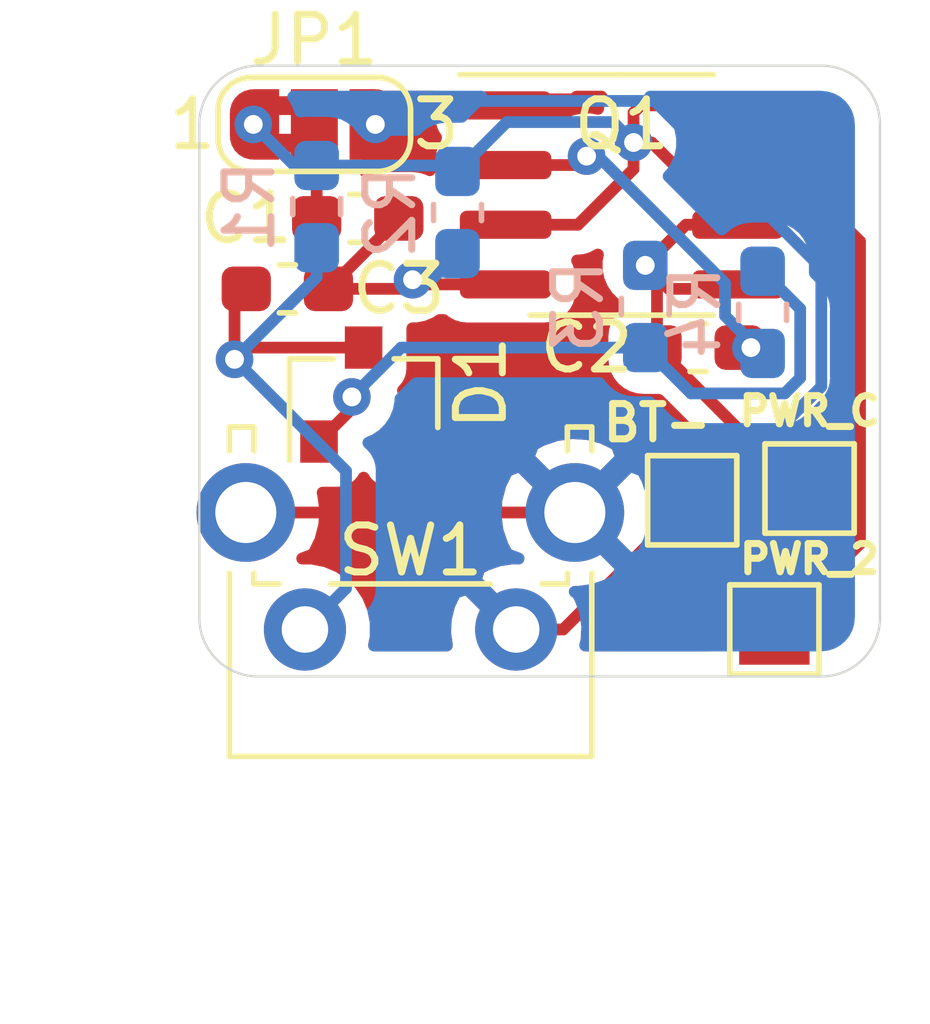
<source format=kicad_pcb>
(kicad_pcb (version 20171130) (host pcbnew "(5.1.6)-1")

  (general
    (thickness 1.6)
    (drawings 8)
    (tracks 85)
    (zones 0)
    (modules 14)
    (nets 9)
  )

  (page A4)
  (layers
    (0 F.Cu signal)
    (31 B.Cu signal)
    (32 B.Adhes user)
    (33 F.Adhes user)
    (34 B.Paste user)
    (35 F.Paste user)
    (36 B.SilkS user)
    (37 F.SilkS user)
    (38 B.Mask user)
    (39 F.Mask user)
    (40 Dwgs.User user)
    (41 Cmts.User user)
    (42 Eco1.User user)
    (43 Eco2.User user)
    (44 Edge.Cuts user)
    (45 Margin user)
    (46 B.CrtYd user)
    (47 F.CrtYd user hide)
    (48 B.Fab user)
    (49 F.Fab user)
  )

  (setup
    (last_trace_width 0.25)
    (trace_clearance 0.2)
    (zone_clearance 0.508)
    (zone_45_only no)
    (trace_min 0.2)
    (via_size 0.8)
    (via_drill 0.4)
    (via_min_size 0.4)
    (via_min_drill 0.3)
    (uvia_size 0.3)
    (uvia_drill 0.1)
    (uvias_allowed no)
    (uvia_min_size 0.2)
    (uvia_min_drill 0.1)
    (edge_width 0.05)
    (segment_width 0.2)
    (pcb_text_width 0.3)
    (pcb_text_size 1.5 1.5)
    (mod_edge_width 0.12)
    (mod_text_size 1 1)
    (mod_text_width 0.15)
    (pad_size 2.1 2.1)
    (pad_drill 1.3)
    (pad_to_mask_clearance 0.051)
    (solder_mask_min_width 0.25)
    (aux_axis_origin 0 0)
    (visible_elements 7FFFFFFF)
    (pcbplotparams
      (layerselection 0x010f0_ffffffff)
      (usegerberextensions true)
      (usegerberattributes false)
      (usegerberadvancedattributes false)
      (creategerberjobfile false)
      (excludeedgelayer true)
      (linewidth 0.100000)
      (plotframeref false)
      (viasonmask false)
      (mode 1)
      (useauxorigin false)
      (hpglpennumber 1)
      (hpglpenspeed 20)
      (hpglpendiameter 15.000000)
      (psnegative false)
      (psa4output false)
      (plotreference true)
      (plotvalue true)
      (plotinvisibletext false)
      (padsonsilk false)
      (subtractmaskfromsilk false)
      (outputformat 1)
      (mirror false)
      (drillshape 0)
      (scaleselection 1)
      (outputdirectory "gerbers/"))
  )

  (net 0 "")
  (net 1 GND)
  (net 2 "Net-(C1-Pad1)")
  (net 3 "Net-(C1-Pad2)")
  (net 4 "Net-(C2-Pad2)")
  (net 5 "Net-(C2-Pad1)")
  (net 6 "Net-(C3-Pad2)")
  (net 7 "Net-(D1-Pad2)")
  (net 8 D1)

  (net_class Default "This is the default net class."
    (clearance 0.2)
    (trace_width 0.25)
    (via_dia 0.8)
    (via_drill 0.4)
    (uvia_dia 0.3)
    (uvia_drill 0.1)
    (add_net D1)
    (add_net GND)
    (add_net "Net-(C1-Pad1)")
    (add_net "Net-(C1-Pad2)")
    (add_net "Net-(C2-Pad1)")
    (add_net "Net-(C2-Pad2)")
    (add_net "Net-(C3-Pad2)")
    (add_net "Net-(D1-Pad2)")
  )

  (module Button_Switch_THT:SW_Tactile_SPST_Angled_PTS645Vx83-2LFS (layer F.Cu) (tedit 5F3F0076) (tstamp 5F3F68DB)
    (at 89 87.75 180)
    (descr "tactile switch SPST right angle, PTS645VL83-2 LFS")
    (tags "tactile switch SPST angled PTS645VL83-2 LFS C&K Button")
    (path /5F3F1E0E)
    (fp_text reference SW1 (at 2.25 1.68) (layer F.SilkS)
      (effects (font (size 1 1) (thickness 0.15)))
    )
    (fp_text value "ON / OFF Button" (at 2.25 5.38988) (layer F.Fab)
      (effects (font (size 1 1) (thickness 0.15)))
    )
    (fp_line (start 0.5 -8.35) (end 0.5 -2.59) (layer F.Fab) (width 0.1))
    (fp_line (start 4 -8.35) (end 4 -2.59) (layer F.Fab) (width 0.1))
    (fp_line (start 0.5 -8.35) (end 4 -8.35) (layer F.Fab) (width 0.1))
    (fp_line (start -1.09 0.97) (end -1.09 1.2) (layer F.SilkS) (width 0.12))
    (fp_line (start 5.7 4.2) (end 5.7 0.86) (layer F.Fab) (width 0.1))
    (fp_line (start -1.5 4.2) (end -1.2 4.2) (layer F.Fab) (width 0.1))
    (fp_line (start -1.2 0.86) (end 5.7 0.86) (layer F.Fab) (width 0.1))
    (fp_line (start 6 4.2) (end 6 -2.59) (layer F.Fab) (width 0.1))
    (fp_line (start -2.5 -2.8) (end 7.05 -2.8) (layer F.CrtYd) (width 0.05))
    (fp_line (start 7.05 -2.8) (end 7.05 4.45) (layer F.CrtYd) (width 0.05))
    (fp_line (start 7.05 4.45) (end -2.5 4.45) (layer F.CrtYd) (width 0.05))
    (fp_line (start -2.5 4.45) (end -2.5 -2.8) (layer F.CrtYd) (width 0.05))
    (fp_line (start -1.61 -2.7) (end 6.11 -2.7) (layer F.SilkS) (width 0.12))
    (fp_line (start 6.11 -2.7) (end 6.11 1.2) (layer F.SilkS) (width 0.12))
    (fp_line (start -1.61 4.31) (end -1.09 4.31) (layer F.SilkS) (width 0.12))
    (fp_line (start -1.61 -2.7) (end -1.61 1.2) (layer F.SilkS) (width 0.12))
    (fp_line (start -1.5 -2.59) (end 6 -2.59) (layer F.Fab) (width 0.1))
    (fp_line (start -1.5 4.2) (end -1.5 -2.59) (layer F.Fab) (width 0.1))
    (fp_line (start 5.7 4.2) (end 6 4.2) (layer F.Fab) (width 0.1))
    (fp_line (start -1.2 4.2) (end -1.2 0.86) (layer F.Fab) (width 0.1))
    (fp_line (start 5.59 0.97) (end 5.59 1.2) (layer F.SilkS) (width 0.12))
    (fp_line (start -1.09 3.8) (end -1.09 4.31) (layer F.SilkS) (width 0.12))
    (fp_line (start -1.61 3.8) (end -1.61 4.31) (layer F.SilkS) (width 0.12))
    (fp_line (start 5.05 0.97) (end 5.59 0.97) (layer F.SilkS) (width 0.12))
    (fp_line (start 5.59 3.8) (end 5.59 4.31) (layer F.SilkS) (width 0.12))
    (fp_line (start 5.59 4.31) (end 6.11 4.31) (layer F.SilkS) (width 0.12))
    (fp_line (start 6.11 3.8) (end 6.11 4.31) (layer F.SilkS) (width 0.12))
    (fp_line (start -1.09 0.97) (end -0.55 0.97) (layer F.SilkS) (width 0.12))
    (fp_line (start 0.55 0.97) (end 3.95 0.97) (layer F.SilkS) (width 0.12))
    (fp_text user %R (at 2.25 1.68) (layer F.Fab)
      (effects (font (size 1 1) (thickness 0.15)))
    )
    (pad "" thru_hole circle (at -1.25 2.49 180) (size 2.1 2.1) (drill 1.3) (layers *.Cu *.Mask)
      (net 1 GND))
    (pad 1 thru_hole circle (at 0 0 180) (size 1.75 1.75) (drill 0.99) (layers *.Cu *.Mask)
      (net 1 GND))
    (pad 2 thru_hole circle (at 4.5 0 180) (size 1.75 1.75) (drill 0.99) (layers *.Cu *.Mask)
      (net 6 "Net-(C3-Pad2)"))
    (pad "" thru_hole circle (at 5.76 2.49 180) (size 2.1 2.1) (drill 1.3) (layers *.Cu *.Mask)
      (net 1 GND))
    (model ${KISYS3DMOD}/Button_Switch_THT.3dshapes/SW_Tactile_SPST_Angled_PTS645Vx83-2LFS.wrl
      (at (xyz 0 0 0))
      (scale (xyz 1 1 1))
      (rotate (xyz 0 0 0))
    )
  )

  (module Resistor_SMD:R_0603_1608Metric_Pad1.05x0.95mm_HandSolder (layer B.Cu) (tedit 5B301BBD) (tstamp 5F3F68B5)
    (at 94.25 81 270)
    (descr "Resistor SMD 0603 (1608 Metric), square (rectangular) end terminal, IPC_7351 nominal with elongated pad for handsoldering. (Body size source: http://www.tortai-tech.com/upload/download/2011102023233369053.pdf), generated with kicad-footprint-generator")
    (tags "resistor handsolder")
    (path /5F40536C)
    (attr smd)
    (fp_text reference R4 (at 0 1.43 270) (layer B.SilkS)
      (effects (font (size 1 1) (thickness 0.15)) (justify mirror))
    )
    (fp_text value 300K (at 0 -1.43 270) (layer B.Fab)
      (effects (font (size 1 1) (thickness 0.15)) (justify mirror))
    )
    (fp_line (start -0.8 -0.4) (end -0.8 0.4) (layer B.Fab) (width 0.1))
    (fp_line (start -0.8 0.4) (end 0.8 0.4) (layer B.Fab) (width 0.1))
    (fp_line (start 0.8 0.4) (end 0.8 -0.4) (layer B.Fab) (width 0.1))
    (fp_line (start 0.8 -0.4) (end -0.8 -0.4) (layer B.Fab) (width 0.1))
    (fp_line (start -0.171267 0.51) (end 0.171267 0.51) (layer B.SilkS) (width 0.12))
    (fp_line (start -0.171267 -0.51) (end 0.171267 -0.51) (layer B.SilkS) (width 0.12))
    (fp_line (start -1.65 -0.73) (end -1.65 0.73) (layer B.CrtYd) (width 0.05))
    (fp_line (start -1.65 0.73) (end 1.65 0.73) (layer B.CrtYd) (width 0.05))
    (fp_line (start 1.65 0.73) (end 1.65 -0.73) (layer B.CrtYd) (width 0.05))
    (fp_line (start 1.65 -0.73) (end -1.65 -0.73) (layer B.CrtYd) (width 0.05))
    (fp_text user %R (at 0 0 270) (layer B.Fab)
      (effects (font (size 0.4 0.4) (thickness 0.06)) (justify mirror))
    )
    (pad 2 smd roundrect (at 0.875 0 270) (size 1.05 0.95) (layers B.Cu B.Paste B.Mask) (roundrect_rratio 0.25)
      (net 5 "Net-(C2-Pad1)"))
    (pad 1 smd roundrect (at -0.875 0 270) (size 1.05 0.95) (layers B.Cu B.Paste B.Mask) (roundrect_rratio 0.25)
      (net 7 "Net-(D1-Pad2)"))
    (model ${KISYS3DMOD}/Resistor_SMD.3dshapes/R_0603_1608Metric.wrl
      (at (xyz 0 0 0))
      (scale (xyz 1 1 1))
      (rotate (xyz 0 0 0))
    )
  )

  (module Resistor_SMD:R_0603_1608Metric_Pad1.05x0.95mm_HandSolder (layer B.Cu) (tedit 5B301BBD) (tstamp 5F3F68A4)
    (at 91.75 80.875 270)
    (descr "Resistor SMD 0603 (1608 Metric), square (rectangular) end terminal, IPC_7351 nominal with elongated pad for handsoldering. (Body size source: http://www.tortai-tech.com/upload/download/2011102023233369053.pdf), generated with kicad-footprint-generator")
    (tags "resistor handsolder")
    (path /5F405070)
    (attr smd)
    (fp_text reference R3 (at 0 1.43 270) (layer B.SilkS)
      (effects (font (size 1 1) (thickness 0.15)) (justify mirror))
    )
    (fp_text value 100K (at 0 -1.43 270) (layer B.Fab)
      (effects (font (size 1 1) (thickness 0.15)) (justify mirror))
    )
    (fp_line (start -0.8 -0.4) (end -0.8 0.4) (layer B.Fab) (width 0.1))
    (fp_line (start -0.8 0.4) (end 0.8 0.4) (layer B.Fab) (width 0.1))
    (fp_line (start 0.8 0.4) (end 0.8 -0.4) (layer B.Fab) (width 0.1))
    (fp_line (start 0.8 -0.4) (end -0.8 -0.4) (layer B.Fab) (width 0.1))
    (fp_line (start -0.171267 0.51) (end 0.171267 0.51) (layer B.SilkS) (width 0.12))
    (fp_line (start -0.171267 -0.51) (end 0.171267 -0.51) (layer B.SilkS) (width 0.12))
    (fp_line (start -1.65 -0.73) (end -1.65 0.73) (layer B.CrtYd) (width 0.05))
    (fp_line (start -1.65 0.73) (end 1.65 0.73) (layer B.CrtYd) (width 0.05))
    (fp_line (start 1.65 0.73) (end 1.65 -0.73) (layer B.CrtYd) (width 0.05))
    (fp_line (start 1.65 -0.73) (end -1.65 -0.73) (layer B.CrtYd) (width 0.05))
    (fp_text user %R (at 0 0 270) (layer B.Fab)
      (effects (font (size 0.4 0.4) (thickness 0.06)) (justify mirror))
    )
    (pad 2 smd roundrect (at 0.875 0 270) (size 1.05 0.95) (layers B.Cu B.Paste B.Mask) (roundrect_rratio 0.25)
      (net 7 "Net-(D1-Pad2)"))
    (pad 1 smd roundrect (at -0.875 0 270) (size 1.05 0.95) (layers B.Cu B.Paste B.Mask) (roundrect_rratio 0.25)
      (net 4 "Net-(C2-Pad2)"))
    (model ${KISYS3DMOD}/Resistor_SMD.3dshapes/R_0603_1608Metric.wrl
      (at (xyz 0 0 0))
      (scale (xyz 1 1 1))
      (rotate (xyz 0 0 0))
    )
  )

  (module Resistor_SMD:R_0603_1608Metric_Pad1.05x0.95mm_HandSolder (layer B.Cu) (tedit 5B301BBD) (tstamp 5F3F6893)
    (at 87.75 78.875 270)
    (descr "Resistor SMD 0603 (1608 Metric), square (rectangular) end terminal, IPC_7351 nominal with elongated pad for handsoldering. (Body size source: http://www.tortai-tech.com/upload/download/2011102023233369053.pdf), generated with kicad-footprint-generator")
    (tags "resistor handsolder")
    (path /5F4025FF)
    (attr smd)
    (fp_text reference R2 (at 0 1.43 270) (layer B.SilkS)
      (effects (font (size 1 1) (thickness 0.15)) (justify mirror))
    )
    (fp_text value 100K (at 0 -1.43 270) (layer B.Fab)
      (effects (font (size 1 1) (thickness 0.15)) (justify mirror))
    )
    (fp_line (start -0.8 -0.4) (end -0.8 0.4) (layer B.Fab) (width 0.1))
    (fp_line (start -0.8 0.4) (end 0.8 0.4) (layer B.Fab) (width 0.1))
    (fp_line (start 0.8 0.4) (end 0.8 -0.4) (layer B.Fab) (width 0.1))
    (fp_line (start 0.8 -0.4) (end -0.8 -0.4) (layer B.Fab) (width 0.1))
    (fp_line (start -0.171267 0.51) (end 0.171267 0.51) (layer B.SilkS) (width 0.12))
    (fp_line (start -0.171267 -0.51) (end 0.171267 -0.51) (layer B.SilkS) (width 0.12))
    (fp_line (start -1.65 -0.73) (end -1.65 0.73) (layer B.CrtYd) (width 0.05))
    (fp_line (start -1.65 0.73) (end 1.65 0.73) (layer B.CrtYd) (width 0.05))
    (fp_line (start 1.65 0.73) (end 1.65 -0.73) (layer B.CrtYd) (width 0.05))
    (fp_line (start 1.65 -0.73) (end -1.65 -0.73) (layer B.CrtYd) (width 0.05))
    (fp_text user %R (at 0 0 270) (layer B.Fab)
      (effects (font (size 0.4 0.4) (thickness 0.06)) (justify mirror))
    )
    (pad 2 smd roundrect (at 0.875 0 270) (size 1.05 0.95) (layers B.Cu B.Paste B.Mask) (roundrect_rratio 0.25)
      (net 2 "Net-(C1-Pad1)"))
    (pad 1 smd roundrect (at -0.875 0 270) (size 1.05 0.95) (layers B.Cu B.Paste B.Mask) (roundrect_rratio 0.25)
      (net 8 D1))
    (model ${KISYS3DMOD}/Resistor_SMD.3dshapes/R_0603_1608Metric.wrl
      (at (xyz 0 0 0))
      (scale (xyz 1 1 1))
      (rotate (xyz 0 0 0))
    )
  )

  (module Resistor_SMD:R_0603_1608Metric_Pad1.05x0.95mm_HandSolder (layer B.Cu) (tedit 5B301BBD) (tstamp 5F3F6882)
    (at 84.75 78.75 270)
    (descr "Resistor SMD 0603 (1608 Metric), square (rectangular) end terminal, IPC_7351 nominal with elongated pad for handsoldering. (Body size source: http://www.tortai-tech.com/upload/download/2011102023233369053.pdf), generated with kicad-footprint-generator")
    (tags "resistor handsolder")
    (path /5F3F241D)
    (attr smd)
    (fp_text reference R1 (at 0 1.43 270) (layer B.SilkS)
      (effects (font (size 1 1) (thickness 0.15)) (justify mirror))
    )
    (fp_text value 10K (at 0 -1.43 270) (layer B.Fab)
      (effects (font (size 1 1) (thickness 0.15)) (justify mirror))
    )
    (fp_line (start -0.8 -0.4) (end -0.8 0.4) (layer B.Fab) (width 0.1))
    (fp_line (start -0.8 0.4) (end 0.8 0.4) (layer B.Fab) (width 0.1))
    (fp_line (start 0.8 0.4) (end 0.8 -0.4) (layer B.Fab) (width 0.1))
    (fp_line (start 0.8 -0.4) (end -0.8 -0.4) (layer B.Fab) (width 0.1))
    (fp_line (start -0.171267 0.51) (end 0.171267 0.51) (layer B.SilkS) (width 0.12))
    (fp_line (start -0.171267 -0.51) (end 0.171267 -0.51) (layer B.SilkS) (width 0.12))
    (fp_line (start -1.65 -0.73) (end -1.65 0.73) (layer B.CrtYd) (width 0.05))
    (fp_line (start -1.65 0.73) (end 1.65 0.73) (layer B.CrtYd) (width 0.05))
    (fp_line (start 1.65 0.73) (end 1.65 -0.73) (layer B.CrtYd) (width 0.05))
    (fp_line (start 1.65 -0.73) (end -1.65 -0.73) (layer B.CrtYd) (width 0.05))
    (fp_text user %R (at 0 0 270) (layer B.Fab)
      (effects (font (size 0.4 0.4) (thickness 0.06)) (justify mirror))
    )
    (pad 2 smd roundrect (at 0.875 0 270) (size 1.05 0.95) (layers B.Cu B.Paste B.Mask) (roundrect_rratio 0.25)
      (net 6 "Net-(C3-Pad2)"))
    (pad 1 smd roundrect (at -0.875 0 270) (size 1.05 0.95) (layers B.Cu B.Paste B.Mask) (roundrect_rratio 0.25)
      (net 8 D1))
    (model ${KISYS3DMOD}/Resistor_SMD.3dshapes/R_0603_1608Metric.wrl
      (at (xyz 0 0 0))
      (scale (xyz 1 1 1))
      (rotate (xyz 0 0 0))
    )
  )

  (module Package_SO:SOIC-8_3.9x4.9mm_P1.27mm (layer F.Cu) (tedit 5D9F72B1) (tstamp 5F3F6871)
    (at 91.25 78.5)
    (descr "SOIC, 8 Pin (JEDEC MS-012AA, https://www.analog.com/media/en/package-pcb-resources/package/pkg_pdf/soic_narrow-r/r_8.pdf), generated with kicad-footprint-generator ipc_gullwing_generator.py")
    (tags "SOIC SO")
    (path /5F3FED7F)
    (attr smd)
    (fp_text reference Q1 (at 0 -1.5) (layer F.SilkS)
      (effects (font (size 1 1) (thickness 0.15)))
    )
    (fp_text value IRF7317PbF (at 0 3.4) (layer F.Fab)
      (effects (font (size 1 1) (thickness 0.15)))
    )
    (fp_line (start 0 2.56) (end 1.95 2.56) (layer F.SilkS) (width 0.12))
    (fp_line (start 0 2.56) (end -1.95 2.56) (layer F.SilkS) (width 0.12))
    (fp_line (start 0 -2.56) (end 1.95 -2.56) (layer F.SilkS) (width 0.12))
    (fp_line (start 0 -2.56) (end -3.45 -2.56) (layer F.SilkS) (width 0.12))
    (fp_line (start -0.975 -2.45) (end 1.95 -2.45) (layer F.Fab) (width 0.1))
    (fp_line (start 1.95 -2.45) (end 1.95 2.45) (layer F.Fab) (width 0.1))
    (fp_line (start 1.95 2.45) (end -1.95 2.45) (layer F.Fab) (width 0.1))
    (fp_line (start -1.95 2.45) (end -1.95 -1.475) (layer F.Fab) (width 0.1))
    (fp_line (start -1.95 -1.475) (end -0.975 -2.45) (layer F.Fab) (width 0.1))
    (fp_line (start -3.7 -2.7) (end -3.7 2.7) (layer F.CrtYd) (width 0.05))
    (fp_line (start -3.7 2.7) (end 3.7 2.7) (layer F.CrtYd) (width 0.05))
    (fp_line (start 3.7 2.7) (end 3.7 -2.7) (layer F.CrtYd) (width 0.05))
    (fp_line (start 3.7 -2.7) (end -3.7 -2.7) (layer F.CrtYd) (width 0.05))
    (fp_text user %R (at 0 0) (layer F.Fab)
      (effects (font (size 0.98 0.98) (thickness 0.15)))
    )
    (pad 8 smd roundrect (at 2.475 -1.905) (size 1.95 0.6) (layers F.Cu F.Paste F.Mask) (roundrect_rratio 0.25)
      (net 8 D1))
    (pad 7 smd roundrect (at 2.475 -0.635) (size 1.95 0.6) (layers F.Cu F.Paste F.Mask) (roundrect_rratio 0.25)
      (net 8 D1))
    (pad 6 smd roundrect (at 2.475 0.635) (size 1.95 0.6) (layers F.Cu F.Paste F.Mask) (roundrect_rratio 0.25)
      (net 4 "Net-(C2-Pad2)"))
    (pad 5 smd roundrect (at 2.475 1.905) (size 1.95 0.6) (layers F.Cu F.Paste F.Mask) (roundrect_rratio 0.25)
      (net 4 "Net-(C2-Pad2)"))
    (pad 4 smd roundrect (at -2.475 1.905) (size 1.95 0.6) (layers F.Cu F.Paste F.Mask) (roundrect_rratio 0.25)
      (net 2 "Net-(C1-Pad1)"))
    (pad 3 smd roundrect (at -2.475 0.635) (size 1.95 0.6) (layers F.Cu F.Paste F.Mask) (roundrect_rratio 0.25)
      (net 8 D1))
    (pad 2 smd roundrect (at -2.475 -0.635) (size 1.95 0.6) (layers F.Cu F.Paste F.Mask) (roundrect_rratio 0.25)
      (net 5 "Net-(C2-Pad1)"))
    (pad 1 smd roundrect (at -2.475 -1.905) (size 1.95 0.6) (layers F.Cu F.Paste F.Mask) (roundrect_rratio 0.25)
      (net 1 GND))
    (model ${KISYS3DMOD}/Package_SO.3dshapes/SOIC-8_3.9x4.9mm_P1.27mm.wrl
      (at (xyz 0 0 0))
      (scale (xyz 1 1 1))
      (rotate (xyz 0 0 0))
    )
  )

  (module Jumper:SolderJumper-3_P1.3mm_Bridged2Bar12_RoundedPad1.0x1.5mm_NumberLabels (layer F.Cu) (tedit 5C7452E6) (tstamp 5F3F6857)
    (at 84.7 77)
    (descr "SMD Solder 3-pad Jumper, 1x1.5mm rounded Pads, 0.3mm gap, pads 1-2 Bridged2Bar with 2 copper strip, labeled with numbers")
    (tags "solder jumper open")
    (path /5F3F302E)
    (attr virtual)
    (fp_text reference JP1 (at 0 -1.8) (layer F.SilkS)
      (effects (font (size 1 1) (thickness 0.15)))
    )
    (fp_text value "Power On Setting" (at 0 1.9) (layer F.Fab)
      (effects (font (size 1 1) (thickness 0.15)))
    )
    (fp_line (start -2.05 0.3) (end -2.05 -0.3) (layer F.SilkS) (width 0.12))
    (fp_line (start 1.4 1) (end -1.4 1) (layer F.SilkS) (width 0.12))
    (fp_line (start 2.05 -0.3) (end 2.05 0.3) (layer F.SilkS) (width 0.12))
    (fp_line (start -1.4 -1) (end 1.4 -1) (layer F.SilkS) (width 0.12))
    (fp_line (start -2.3 -1.25) (end 2.3 -1.25) (layer F.CrtYd) (width 0.05))
    (fp_line (start -2.3 -1.25) (end -2.3 1.25) (layer F.CrtYd) (width 0.05))
    (fp_line (start 2.3 1.25) (end 2.3 -1.25) (layer F.CrtYd) (width 0.05))
    (fp_line (start 2.3 1.25) (end -2.3 1.25) (layer F.CrtYd) (width 0.05))
    (fp_poly (pts (xy -0.9 -0.6) (xy -0.4 -0.6) (xy -0.4 -0.2) (xy -0.9 -0.2)) (layer F.Cu) (width 0))
    (fp_poly (pts (xy -0.9 0.2) (xy -0.4 0.2) (xy -0.4 0.6) (xy -0.9 0.6)) (layer F.Cu) (width 0))
    (fp_arc (start -1.35 -0.3) (end -1.35 -1) (angle -90) (layer F.SilkS) (width 0.12))
    (fp_arc (start -1.35 0.3) (end -2.05 0.3) (angle -90) (layer F.SilkS) (width 0.12))
    (fp_arc (start 1.35 0.3) (end 1.35 1) (angle -90) (layer F.SilkS) (width 0.12))
    (fp_arc (start 1.35 -0.3) (end 2.05 -0.3) (angle -90) (layer F.SilkS) (width 0.12))
    (fp_text user 1 (at -2.6 0) (layer F.SilkS)
      (effects (font (size 1 1) (thickness 0.15)))
    )
    (fp_text user 3 (at 2.6 0) (layer F.SilkS)
      (effects (font (size 1 1) (thickness 0.15)))
    )
    (pad 1 smd custom (at -1.3 0) (size 1 0.5) (layers F.Cu F.Mask)
      (net 8 D1) (zone_connect 2)
      (options (clearance outline) (anchor rect))
      (primitives
        (gr_circle (center 0 0.25) (end 0.5 0.25) (width 0))
        (gr_circle (center 0 -0.25) (end 0.5 -0.25) (width 0))
        (gr_poly (pts
           (xy 0.55 -0.75) (xy 0 -0.75) (xy 0 0.75) (xy 0.55 0.75)) (width 0))
      ))
    (pad 2 smd rect (at 0 0) (size 1 1.5) (layers F.Cu F.Mask)
      (net 3 "Net-(C1-Pad2)"))
    (pad 3 smd custom (at 1.3 0) (size 1 0.5) (layers F.Cu F.Mask)
      (net 1 GND) (zone_connect 2)
      (options (clearance outline) (anchor rect))
      (primitives
        (gr_circle (center 0 0.25) (end 0.5 0.25) (width 0))
        (gr_circle (center 0 -0.25) (end 0.5 -0.25) (width 0))
        (gr_poly (pts
           (xy -0.55 -0.75) (xy 0 -0.75) (xy 0 0.75) (xy -0.55 0.75)) (width 0))
      ))
  )

  (module TestPoint:TestPoint_Pad_1.5x1.5mm (layer F.Cu) (tedit 5A0F774F) (tstamp 5F3F6840)
    (at 92.75 85)
    (descr "SMD rectangular pad as test Point, square 1.5mm side length")
    (tags "test point SMD pad rectangle square")
    (path /5F42A93A)
    (attr virtual)
    (fp_text reference BT- (at -0.75 -1.648) (layer F.SilkS)
      (effects (font (size 0.75 0.75) (thickness 0.15)))
    )
    (fp_text value BT- (at 0 1.75) (layer F.Fab)
      (effects (font (size 1 1) (thickness 0.15)))
    )
    (fp_line (start -0.95 -0.95) (end 0.95 -0.95) (layer F.SilkS) (width 0.12))
    (fp_line (start 0.95 -0.95) (end 0.95 0.95) (layer F.SilkS) (width 0.12))
    (fp_line (start 0.95 0.95) (end -0.95 0.95) (layer F.SilkS) (width 0.12))
    (fp_line (start -0.95 0.95) (end -0.95 -0.95) (layer F.SilkS) (width 0.12))
    (fp_line (start -1.25 -1.25) (end 1.25 -1.25) (layer F.CrtYd) (width 0.05))
    (fp_line (start -1.25 -1.25) (end -1.25 1.25) (layer F.CrtYd) (width 0.05))
    (fp_line (start 1.25 1.25) (end 1.25 -1.25) (layer F.CrtYd) (width 0.05))
    (fp_line (start 1.25 1.25) (end -1.25 1.25) (layer F.CrtYd) (width 0.05))
    (fp_text user %R (at 0 -1.65) (layer F.Fab)
      (effects (font (size 1 1) (thickness 0.15)))
    )
    (pad 1 smd rect (at 0 0) (size 1.5 1.5) (layers F.Cu F.Mask)
      (net 1 GND))
  )

  (module TestPoint:TestPoint_Pad_1.5x1.5mm (layer F.Cu) (tedit 5A0F774F) (tstamp 5F3F6832)
    (at 94.5 87.75)
    (descr "SMD rectangular pad as test Point, square 1.5mm side length")
    (tags "test point SMD pad rectangle square")
    (path /5F42859D)
    (attr virtual)
    (fp_text reference PWR_2 (at 0.75 -1.5) (layer F.SilkS)
      (effects (font (size 0.6 0.6) (thickness 0.15)))
    )
    (fp_text value PWR_2 (at 0 1.75) (layer F.Fab)
      (effects (font (size 1 1) (thickness 0.15)))
    )
    (fp_line (start -0.95 -0.95) (end 0.95 -0.95) (layer F.SilkS) (width 0.12))
    (fp_line (start 0.95 -0.95) (end 0.95 0.95) (layer F.SilkS) (width 0.12))
    (fp_line (start 0.95 0.95) (end -0.95 0.95) (layer F.SilkS) (width 0.12))
    (fp_line (start -0.95 0.95) (end -0.95 -0.95) (layer F.SilkS) (width 0.12))
    (fp_line (start -1.25 -1.25) (end 1.25 -1.25) (layer F.CrtYd) (width 0.05))
    (fp_line (start -1.25 -1.25) (end -1.25 1.25) (layer F.CrtYd) (width 0.05))
    (fp_line (start 1.25 1.25) (end 1.25 -1.25) (layer F.CrtYd) (width 0.05))
    (fp_line (start 1.25 1.25) (end -1.25 1.25) (layer F.CrtYd) (width 0.05))
    (fp_text user %R (at 0 -1.65) (layer F.Fab)
      (effects (font (size 1 1) (thickness 0.15)))
    )
    (pad 1 smd rect (at 0 0) (size 1.5 1.5) (layers F.Cu F.Mask)
      (net 8 D1))
  )

  (module TestPoint:TestPoint_Pad_1.5x1.5mm (layer F.Cu) (tedit 5A0F774F) (tstamp 5F3F6824)
    (at 95.25 84.75)
    (descr "SMD rectangular pad as test Point, square 1.5mm side length")
    (tags "test point SMD pad rectangle square")
    (path /5F429F55)
    (attr virtual)
    (fp_text reference PWR_C (at 0 -1.648) (layer F.SilkS)
      (effects (font (size 0.6 0.6) (thickness 0.15)))
    )
    (fp_text value PWR_C (at 0 1.75) (layer F.Fab)
      (effects (font (size 1 1) (thickness 0.15)))
    )
    (fp_line (start -0.95 -0.95) (end 0.95 -0.95) (layer F.SilkS) (width 0.12))
    (fp_line (start 0.95 -0.95) (end 0.95 0.95) (layer F.SilkS) (width 0.12))
    (fp_line (start 0.95 0.95) (end -0.95 0.95) (layer F.SilkS) (width 0.12))
    (fp_line (start -0.95 0.95) (end -0.95 -0.95) (layer F.SilkS) (width 0.12))
    (fp_line (start -1.25 -1.25) (end 1.25 -1.25) (layer F.CrtYd) (width 0.05))
    (fp_line (start -1.25 -1.25) (end -1.25 1.25) (layer F.CrtYd) (width 0.05))
    (fp_line (start 1.25 1.25) (end 1.25 -1.25) (layer F.CrtYd) (width 0.05))
    (fp_line (start 1.25 1.25) (end -1.25 1.25) (layer F.CrtYd) (width 0.05))
    (fp_text user %R (at 0 -1.65) (layer F.Fab)
      (effects (font (size 1 1) (thickness 0.15)))
    )
    (pad 1 smd rect (at 0 0) (size 1.5 1.5) (layers F.Cu F.Mask)
      (net 4 "Net-(C2-Pad2)"))
  )

  (module Diode_SMD:D_SOT-23_ANK (layer F.Cu) (tedit 587CCEF9) (tstamp 5F3F6816)
    (at 85.75 82.75 90)
    (descr "SOT-23, Single Diode")
    (tags SOT-23)
    (path /5F3F351C)
    (attr smd)
    (fp_text reference D1 (at 0.25 2.5 90) (layer F.SilkS)
      (effects (font (size 1 1) (thickness 0.15)))
    )
    (fp_text value BAV99 (at 0 2.5 90) (layer F.Fab)
      (effects (font (size 1 1) (thickness 0.15)))
    )
    (fp_line (start -0.15 -0.45) (end -0.4 -0.45) (layer F.Fab) (width 0.1))
    (fp_line (start -0.15 -0.25) (end 0.15 -0.45) (layer F.Fab) (width 0.1))
    (fp_line (start -0.15 -0.65) (end -0.15 -0.25) (layer F.Fab) (width 0.1))
    (fp_line (start 0.15 -0.45) (end -0.15 -0.65) (layer F.Fab) (width 0.1))
    (fp_line (start 0.15 -0.45) (end 0.4 -0.45) (layer F.Fab) (width 0.1))
    (fp_line (start 0.15 -0.65) (end 0.15 -0.25) (layer F.Fab) (width 0.1))
    (fp_line (start 0.76 1.58) (end 0.76 0.65) (layer F.SilkS) (width 0.12))
    (fp_line (start 0.76 -1.58) (end 0.76 -0.65) (layer F.SilkS) (width 0.12))
    (fp_line (start 0.7 -1.52) (end 0.7 1.52) (layer F.Fab) (width 0.1))
    (fp_line (start -0.7 1.52) (end 0.7 1.52) (layer F.Fab) (width 0.1))
    (fp_line (start -1.7 -1.75) (end 1.7 -1.75) (layer F.CrtYd) (width 0.05))
    (fp_line (start 1.7 -1.75) (end 1.7 1.75) (layer F.CrtYd) (width 0.05))
    (fp_line (start 1.7 1.75) (end -1.7 1.75) (layer F.CrtYd) (width 0.05))
    (fp_line (start -1.7 1.75) (end -1.7 -1.75) (layer F.CrtYd) (width 0.05))
    (fp_line (start 0.76 -1.58) (end -1.4 -1.58) (layer F.SilkS) (width 0.12))
    (fp_line (start -0.7 -1.52) (end 0.7 -1.52) (layer F.Fab) (width 0.1))
    (fp_line (start -0.7 -1.52) (end -0.7 1.52) (layer F.Fab) (width 0.1))
    (fp_line (start 0.76 1.58) (end -0.7 1.58) (layer F.SilkS) (width 0.12))
    (fp_text user %R (at 0 -2.5 90) (layer F.Fab)
      (effects (font (size 1 1) (thickness 0.15)))
    )
    (pad 1 smd rect (at 1 0 90) (size 0.9 0.8) (layers F.Cu F.Paste F.Mask)
      (net 6 "Net-(C3-Pad2)"))
    (pad "" smd rect (at -1 0.95 90) (size 0.9 0.8) (layers F.Cu F.Paste F.Mask))
    (pad 2 smd rect (at -1 -0.95 90) (size 0.9 0.8) (layers F.Cu F.Paste F.Mask)
      (net 7 "Net-(D1-Pad2)"))
    (model ${KISYS3DMOD}/Diode_SMD.3dshapes/D_SOT-23.wrl
      (at (xyz 0 0 0))
      (scale (xyz 1 1 1))
      (rotate (xyz 0 0 0))
    )
  )

  (module Capacitor_SMD:C_0603_1608Metric_Pad1.05x0.95mm_HandSolder (layer F.Cu) (tedit 5B301BBE) (tstamp 5F3F67FC)
    (at 84.125 80.5 180)
    (descr "Capacitor SMD 0603 (1608 Metric), square (rectangular) end terminal, IPC_7351 nominal with elongated pad for handsoldering. (Body size source: http://www.tortai-tech.com/upload/download/2011102023233369053.pdf), generated with kicad-footprint-generator")
    (tags "capacitor handsolder")
    (path /5F3F29E4)
    (attr smd)
    (fp_text reference C3 (at -2.375 0) (layer F.SilkS)
      (effects (font (size 1 1) (thickness 0.15)))
    )
    (fp_text value 1uF (at 0 1.43) (layer F.Fab)
      (effects (font (size 1 1) (thickness 0.15)))
    )
    (fp_line (start -0.8 0.4) (end -0.8 -0.4) (layer F.Fab) (width 0.1))
    (fp_line (start -0.8 -0.4) (end 0.8 -0.4) (layer F.Fab) (width 0.1))
    (fp_line (start 0.8 -0.4) (end 0.8 0.4) (layer F.Fab) (width 0.1))
    (fp_line (start 0.8 0.4) (end -0.8 0.4) (layer F.Fab) (width 0.1))
    (fp_line (start -0.171267 -0.51) (end 0.171267 -0.51) (layer F.SilkS) (width 0.12))
    (fp_line (start -0.171267 0.51) (end 0.171267 0.51) (layer F.SilkS) (width 0.12))
    (fp_line (start -1.65 0.73) (end -1.65 -0.73) (layer F.CrtYd) (width 0.05))
    (fp_line (start -1.65 -0.73) (end 1.65 -0.73) (layer F.CrtYd) (width 0.05))
    (fp_line (start 1.65 -0.73) (end 1.65 0.73) (layer F.CrtYd) (width 0.05))
    (fp_line (start 1.65 0.73) (end -1.65 0.73) (layer F.CrtYd) (width 0.05))
    (fp_text user %R (at 0 0) (layer F.Fab)
      (effects (font (size 0.4 0.4) (thickness 0.06)))
    )
    (pad 2 smd roundrect (at 0.875 0 180) (size 1.05 0.95) (layers F.Cu F.Paste F.Mask) (roundrect_rratio 0.25)
      (net 6 "Net-(C3-Pad2)"))
    (pad 1 smd roundrect (at -0.875 0 180) (size 1.05 0.95) (layers F.Cu F.Paste F.Mask) (roundrect_rratio 0.25)
      (net 2 "Net-(C1-Pad1)"))
    (model ${KISYS3DMOD}/Capacitor_SMD.3dshapes/C_0603_1608Metric.wrl
      (at (xyz 0 0 0))
      (scale (xyz 1 1 1))
      (rotate (xyz 0 0 0))
    )
  )

  (module Capacitor_SMD:C_0603_1608Metric_Pad1.05x0.95mm_HandSolder (layer F.Cu) (tedit 5B301BBE) (tstamp 5F3F6C49)
    (at 92.875 81.75 180)
    (descr "Capacitor SMD 0603 (1608 Metric), square (rectangular) end terminal, IPC_7351 nominal with elongated pad for handsoldering. (Body size source: http://www.tortai-tech.com/upload/download/2011102023233369053.pdf), generated with kicad-footprint-generator")
    (tags "capacitor handsolder")
    (path /5F404B72)
    (attr smd)
    (fp_text reference C2 (at 2.375 0) (layer F.SilkS)
      (effects (font (size 1 1) (thickness 0.15)))
    )
    (fp_text value 10uF (at 0 1.43) (layer F.Fab)
      (effects (font (size 1 1) (thickness 0.15)))
    )
    (fp_line (start -0.8 0.4) (end -0.8 -0.4) (layer F.Fab) (width 0.1))
    (fp_line (start -0.8 -0.4) (end 0.8 -0.4) (layer F.Fab) (width 0.1))
    (fp_line (start 0.8 -0.4) (end 0.8 0.4) (layer F.Fab) (width 0.1))
    (fp_line (start 0.8 0.4) (end -0.8 0.4) (layer F.Fab) (width 0.1))
    (fp_line (start -0.171267 -0.51) (end 0.171267 -0.51) (layer F.SilkS) (width 0.12))
    (fp_line (start -0.171267 0.51) (end 0.171267 0.51) (layer F.SilkS) (width 0.12))
    (fp_line (start -1.65 0.73) (end -1.65 -0.73) (layer F.CrtYd) (width 0.05))
    (fp_line (start -1.65 -0.73) (end 1.65 -0.73) (layer F.CrtYd) (width 0.05))
    (fp_line (start 1.65 -0.73) (end 1.65 0.73) (layer F.CrtYd) (width 0.05))
    (fp_line (start 1.65 0.73) (end -1.65 0.73) (layer F.CrtYd) (width 0.05))
    (fp_text user %R (at 0 0) (layer F.Fab)
      (effects (font (size 0.4 0.4) (thickness 0.06)))
    )
    (pad 2 smd roundrect (at 0.875 0 180) (size 1.05 0.95) (layers F.Cu F.Paste F.Mask) (roundrect_rratio 0.25)
      (net 4 "Net-(C2-Pad2)"))
    (pad 1 smd roundrect (at -0.875 0 180) (size 1.05 0.95) (layers F.Cu F.Paste F.Mask) (roundrect_rratio 0.25)
      (net 5 "Net-(C2-Pad1)"))
    (model ${KISYS3DMOD}/Capacitor_SMD.3dshapes/C_0603_1608Metric.wrl
      (at (xyz 0 0 0))
      (scale (xyz 1 1 1))
      (rotate (xyz 0 0 0))
    )
  )

  (module Capacitor_SMD:C_0603_1608Metric_Pad1.05x0.95mm_HandSolder (layer F.Cu) (tedit 5B301BBE) (tstamp 5F3F67DA)
    (at 85.625 79 180)
    (descr "Capacitor SMD 0603 (1608 Metric), square (rectangular) end terminal, IPC_7351 nominal with elongated pad for handsoldering. (Body size source: http://www.tortai-tech.com/upload/download/2011102023233369053.pdf), generated with kicad-footprint-generator")
    (tags "capacitor handsolder")
    (path /5F403831)
    (attr smd)
    (fp_text reference C1 (at 2.375 0) (layer F.SilkS)
      (effects (font (size 1 1) (thickness 0.15)))
    )
    (fp_text value 0.1uF (at 0 1.43) (layer F.Fab)
      (effects (font (size 1 1) (thickness 0.15)))
    )
    (fp_line (start -0.8 0.4) (end -0.8 -0.4) (layer F.Fab) (width 0.1))
    (fp_line (start -0.8 -0.4) (end 0.8 -0.4) (layer F.Fab) (width 0.1))
    (fp_line (start 0.8 -0.4) (end 0.8 0.4) (layer F.Fab) (width 0.1))
    (fp_line (start 0.8 0.4) (end -0.8 0.4) (layer F.Fab) (width 0.1))
    (fp_line (start -0.171267 -0.51) (end 0.171267 -0.51) (layer F.SilkS) (width 0.12))
    (fp_line (start -0.171267 0.51) (end 0.171267 0.51) (layer F.SilkS) (width 0.12))
    (fp_line (start -1.65 0.73) (end -1.65 -0.73) (layer F.CrtYd) (width 0.05))
    (fp_line (start -1.65 -0.73) (end 1.65 -0.73) (layer F.CrtYd) (width 0.05))
    (fp_line (start 1.65 -0.73) (end 1.65 0.73) (layer F.CrtYd) (width 0.05))
    (fp_line (start 1.65 0.73) (end -1.65 0.73) (layer F.CrtYd) (width 0.05))
    (fp_text user %R (at 0 0) (layer F.Fab)
      (effects (font (size 0.4 0.4) (thickness 0.06)))
    )
    (pad 2 smd roundrect (at 0.875 0 180) (size 1.05 0.95) (layers F.Cu F.Paste F.Mask) (roundrect_rratio 0.25)
      (net 3 "Net-(C1-Pad2)"))
    (pad 1 smd roundrect (at -0.875 0 180) (size 1.05 0.95) (layers F.Cu F.Paste F.Mask) (roundrect_rratio 0.25)
      (net 2 "Net-(C1-Pad1)"))
    (model ${KISYS3DMOD}/Capacitor_SMD.3dshapes/C_0603_1608Metric.wrl
      (at (xyz 0 0 0))
      (scale (xyz 1 1 1))
      (rotate (xyz 0 0 0))
    )
  )

  (gr_arc (start 95.5 87.5) (end 95.5 88.75) (angle -90) (layer Edge.Cuts) (width 0.05) (tstamp 5F3F83DF))
  (gr_arc (start 95.5 77) (end 96.75 77) (angle -90) (layer Edge.Cuts) (width 0.05) (tstamp 5F3F83DF))
  (gr_arc (start 83.5 77) (end 83.5 75.75) (angle -90) (layer Edge.Cuts) (width 0.05) (tstamp 5F3F83DF))
  (gr_arc (start 83.5 87.5) (end 82.25 87.5) (angle -90) (layer Edge.Cuts) (width 0.05))
  (gr_line (start 82.25 87.5) (end 82.25 77) (layer Edge.Cuts) (width 0.05))
  (gr_line (start 95.5 88.75) (end 83.5 88.75) (layer Edge.Cuts) (width 0.05))
  (gr_line (start 96.75 77) (end 96.75 87.5) (layer Edge.Cuts) (width 0.05))
  (gr_line (start 83.5 75.75) (end 95.5 75.75) (layer Edge.Cuts) (width 0.05))

  (segment (start 86.405 76.595) (end 86 77) (width 0.25) (layer F.Cu) (net 1))
  (segment (start 88.775 76.595) (end 86.405 76.595) (width 0.25) (layer F.Cu) (net 1))
  (segment (start 88.125001 86.875001) (end 88.125001 84.374999) (width 0.25) (layer B.Cu) (net 1))
  (segment (start 89 87.75) (end 88.125001 86.875001) (width 0.25) (layer B.Cu) (net 1))
  (segment (start 88.125001 84.374999) (end 89 83.5) (width 0.25) (layer B.Cu) (net 1))
  (segment (start 95.500021 80.054511) (end 91.94551 76.5) (width 0.25) (layer B.Cu) (net 1))
  (segment (start 95.500021 82.5819) (end 95.500021 80.054511) (width 0.25) (layer B.Cu) (net 1))
  (segment (start 94.581921 83.5) (end 95.500021 82.5819) (width 0.25) (layer B.Cu) (net 1))
  (segment (start 89 83.5) (end 94.581921 83.5) (width 0.25) (layer B.Cu) (net 1))
  (segment (start 91.94551 76.5) (end 86.5 76.5) (width 0.25) (layer B.Cu) (net 1))
  (via (at 86 77) (size 0.8) (drill 0.4) (layers F.Cu B.Cu) (net 1))
  (segment (start 86.5 76.5) (end 86 77) (width 0.25) (layer B.Cu) (net 1))
  (segment (start 90 87.75) (end 89 87.75) (width 0.25) (layer F.Cu) (net 1))
  (segment (start 92.75 85) (end 90 87.75) (width 0.25) (layer F.Cu) (net 1))
  (segment (start 83.24 85.26) (end 90.25 85.26) (width 0.25) (layer F.Cu) (net 1))
  (segment (start 86.5 79) (end 85 80.5) (width 0.25) (layer F.Cu) (net 2))
  (via (at 86.792693 80.30526) (size 0.8) (drill 0.4) (layers F.Cu B.Cu) (net 2))
  (segment (start 88.775 80.405) (end 86.892433 80.405) (width 0.25) (layer F.Cu) (net 2))
  (segment (start 85 80.5) (end 86.597953 80.5) (width 0.25) (layer F.Cu) (net 2))
  (segment (start 86.892433 80.405) (end 86.792693 80.30526) (width 0.25) (layer F.Cu) (net 2))
  (segment (start 87.75 79.75) (end 87.19474 80.30526) (width 0.25) (layer B.Cu) (net 2))
  (segment (start 87.19474 80.30526) (end 86.792693 80.30526) (width 0.25) (layer B.Cu) (net 2))
  (segment (start 86.597953 80.5) (end 86.792693 80.30526) (width 0.25) (layer F.Cu) (net 2))
  (segment (start 84.75 77.05) (end 84.7 77) (width 0.25) (layer F.Cu) (net 3))
  (segment (start 84.75 79) (end 84.75 77.05) (width 0.25) (layer F.Cu) (net 3))
  (via (at 91.75 80) (size 0.8) (drill 0.4) (layers F.Cu B.Cu) (net 4))
  (segment (start 92.615 79.135) (end 93.725 79.135) (width 0.25) (layer F.Cu) (net 4))
  (segment (start 91.75 80) (end 92.615 79.135) (width 0.25) (layer F.Cu) (net 4))
  (segment (start 93.63 80.5) (end 93.725 80.405) (width 0.25) (layer F.Cu) (net 4))
  (segment (start 92.25 80.5) (end 93.63 80.5) (width 0.25) (layer F.Cu) (net 4))
  (segment (start 92.25 80.5) (end 91.75 80) (width 0.25) (layer F.Cu) (net 4))
  (segment (start 92 80.25) (end 91.75 80) (width 0.25) (layer F.Cu) (net 4))
  (segment (start 92 81.75) (end 92 80.25) (width 0.25) (layer F.Cu) (net 4))
  (segment (start 95 84.75) (end 92 81.75) (width 0.25) (layer F.Cu) (net 4))
  (segment (start 95.25 84.75) (end 95 84.75) (width 0.25) (layer F.Cu) (net 4))
  (via (at 94 81.75) (size 0.8) (drill 0.4) (layers F.Cu B.Cu) (net 5))
  (segment (start 88.775 77.865) (end 90.310021 77.865) (width 0.25) (layer F.Cu) (net 5))
  (segment (start 93.44999 81.07499) (end 93.44999 80.37948) (width 0.25) (layer B.Cu) (net 5))
  (segment (start 90.745531 77.675021) (end 90.5 77.675021) (width 0.25) (layer B.Cu) (net 5))
  (segment (start 90.310021 77.865) (end 90.5 77.675021) (width 0.25) (layer F.Cu) (net 5))
  (segment (start 94.25 81.875) (end 93.44999 81.07499) (width 0.25) (layer B.Cu) (net 5))
  (via (at 90.5 77.675021) (size 0.8) (drill 0.4) (layers F.Cu B.Cu) (net 5))
  (segment (start 93.44999 80.37948) (end 90.745531 77.675021) (width 0.25) (layer B.Cu) (net 5))
  (via (at 83 82) (size 0.8) (drill 0.4) (layers F.Cu B.Cu) (net 6))
  (segment (start 84.75 79.625) (end 84.75 80.25) (width 0.25) (layer B.Cu) (net 6))
  (segment (start 84.75 80.25) (end 83 82) (width 0.25) (layer B.Cu) (net 6))
  (segment (start 83 80.75) (end 83.25 80.5) (width 0.25) (layer F.Cu) (net 6))
  (segment (start 83 82) (end 83 80.75) (width 0.25) (layer F.Cu) (net 6))
  (segment (start 83.25 81.75) (end 83 82) (width 0.25) (layer F.Cu) (net 6))
  (segment (start 85.75 81.75) (end 83.25 81.75) (width 0.25) (layer F.Cu) (net 6))
  (segment (start 85.374999 84.374999) (end 83 82) (width 0.25) (layer B.Cu) (net 6))
  (segment (start 85.374999 86.875001) (end 85.374999 84.374999) (width 0.25) (layer B.Cu) (net 6))
  (segment (start 84.5 87.75) (end 85.374999 86.875001) (width 0.25) (layer B.Cu) (net 6))
  (segment (start 94.7205 82.72501) (end 92.72501 82.72501) (width 0.25) (layer B.Cu) (net 7))
  (segment (start 95.05001 82.3955) (end 94.7205 82.72501) (width 0.25) (layer B.Cu) (net 7))
  (segment (start 95.05001 80.92501) (end 95.05001 82.3955) (width 0.25) (layer B.Cu) (net 7))
  (segment (start 92.72501 82.72501) (end 91.75 81.75) (width 0.25) (layer B.Cu) (net 7))
  (segment (start 94.25 80.125) (end 95.05001 80.92501) (width 0.25) (layer B.Cu) (net 7))
  (segment (start 91.75 81.75) (end 86.550002 81.75) (width 0.25) (layer B.Cu) (net 7))
  (segment (start 86.550002 81.75) (end 85.5 82.800002) (width 0.25) (layer B.Cu) (net 7))
  (via (at 85.5 82.800002) (size 0.8) (drill 0.4) (layers F.Cu B.Cu) (net 7))
  (segment (start 85.5 83.05) (end 84.8 83.75) (width 0.25) (layer F.Cu) (net 7))
  (segment (start 85.5 82.800002) (end 85.5 83.05) (width 0.25) (layer F.Cu) (net 7))
  (segment (start 84.75 77.875) (end 84.275 77.875) (width 0.25) (layer B.Cu) (net 8))
  (via (at 83.4 77) (size 0.8) (drill 0.4) (layers F.Cu B.Cu) (net 8))
  (segment (start 84.275 77.875) (end 83.4 77) (width 0.25) (layer B.Cu) (net 8))
  (segment (start 87.625 77.875) (end 87.75 78) (width 0.25) (layer B.Cu) (net 8))
  (segment (start 84.75 77.875) (end 87.625 77.875) (width 0.25) (layer B.Cu) (net 8))
  (via (at 91.5 77.385) (size 0.8) (drill 0.4) (layers F.Cu B.Cu) (net 8))
  (segment (start 91.5 77.385) (end 91.885 77.385) (width 0.25) (layer F.Cu) (net 8))
  (segment (start 92.365 77.865) (end 93.725 77.865) (width 0.25) (layer F.Cu) (net 8))
  (segment (start 91.885 77.385) (end 92.365 77.865) (width 0.25) (layer F.Cu) (net 8))
  (segment (start 91.5 77.385) (end 91.5 76.75) (width 0.25) (layer F.Cu) (net 8))
  (segment (start 91.655 76.595) (end 93.725 76.595) (width 0.25) (layer F.Cu) (net 8))
  (segment (start 91.5 76.75) (end 91.655 76.595) (width 0.25) (layer F.Cu) (net 8))
  (segment (start 91.5 77.950685) (end 91.5 77.385) (width 0.25) (layer F.Cu) (net 8))
  (segment (start 90.315685 79.135) (end 91.5 77.950685) (width 0.25) (layer F.Cu) (net 8))
  (segment (start 88.775 79.135) (end 90.315685 79.135) (width 0.25) (layer F.Cu) (net 8))
  (segment (start 88.799989 76.950011) (end 87.75 78) (width 0.25) (layer B.Cu) (net 8))
  (segment (start 91.065011 76.950011) (end 88.799989 76.950011) (width 0.25) (layer B.Cu) (net 8))
  (segment (start 91.5 77.385) (end 91.065011 76.950011) (width 0.25) (layer B.Cu) (net 8))
  (segment (start 94.7 77.865) (end 93.725 77.865) (width 0.25) (layer F.Cu) (net 8))
  (segment (start 96.325001 79.490001) (end 94.7 77.865) (width 0.25) (layer F.Cu) (net 8))
  (segment (start 96.325001 85.924999) (end 96.325001 79.490001) (width 0.25) (layer F.Cu) (net 8))
  (segment (start 94.5 87.75) (end 96.325001 85.924999) (width 0.25) (layer F.Cu) (net 8))

  (zone (net 1) (net_name GND) (layer F.Cu) (tstamp 5F3F84AE) (hatch edge 0.508)
    (connect_pads (clearance 0.508))
    (min_thickness 0.254)
    (fill yes (arc_segments 32) (thermal_gap 0.508) (thermal_bridge_width 0.508))
    (polygon
      (pts
        (xy 96.75 88.75) (xy 82.25 88.75) (xy 82.25 75.75) (xy 96.75 75.75)
      )
    )
    (filled_polygon
      (pts
        (xy 90.715 79.898061) (xy 90.715 80.101939) (xy 90.754774 80.301898) (xy 90.832795 80.490256) (xy 90.946063 80.659774)
        (xy 91.090226 80.803937) (xy 91.152036 80.845237) (xy 91.093377 80.893377) (xy 90.984488 81.026058) (xy 90.903577 81.177433)
        (xy 90.853752 81.341684) (xy 90.836928 81.5125) (xy 90.836928 81.9875) (xy 90.853752 82.158316) (xy 90.903577 82.322567)
        (xy 90.984488 82.473942) (xy 91.093377 82.606623) (xy 91.226058 82.715512) (xy 91.377433 82.796423) (xy 91.541684 82.846248)
        (xy 91.7125 82.863072) (xy 92.038271 82.863072) (xy 92.912974 83.737776) (xy 92.877 83.77375) (xy 92.877 84.873)
        (xy 92.897 84.873) (xy 92.897 85.127) (xy 92.877 85.127) (xy 92.877 86.22625) (xy 93.03575 86.385)
        (xy 93.5 86.388072) (xy 93.618089 86.376442) (xy 93.50582 86.410498) (xy 93.395506 86.469463) (xy 93.298815 86.548815)
        (xy 93.219463 86.645506) (xy 93.160498 86.75582) (xy 93.124188 86.875518) (xy 93.111928 87) (xy 93.111928 88.09)
        (xy 90.471633 88.09) (xy 90.499855 87.979474) (xy 90.515804 87.682457) (xy 90.473501 87.388037) (xy 90.374572 87.107526)
        (xy 90.297868 86.964025) (xy 90.24845 86.948184) (xy 90.310617 86.952066) (xy 90.639557 86.907728) (xy 90.953527 86.800069)
        (xy 91.139661 86.700579) (xy 91.241461 86.431066) (xy 90.25 85.439605) (xy 90.235858 85.453748) (xy 90.056253 85.274143)
        (xy 90.070395 85.26) (xy 89.078934 84.268539) (xy 88.809421 84.370339) (xy 88.663537 84.668477) (xy 88.57862 84.989346)
        (xy 88.557934 85.320617) (xy 88.602272 85.649557) (xy 88.709931 85.963527) (xy 88.809421 86.149661) (xy 89.049925 86.240504)
        (xy 88.932457 86.234196) (xy 88.638037 86.276499) (xy 88.357526 86.375428) (xy 88.214025 86.452132) (xy 88.133365 86.70376)
        (xy 89 87.570395) (xy 89.014143 87.556253) (xy 89.193748 87.735858) (xy 89.179605 87.75) (xy 89.193748 87.764143)
        (xy 89.014143 87.943748) (xy 89 87.929605) (xy 88.985858 87.943748) (xy 88.806253 87.764143) (xy 88.820395 87.75)
        (xy 87.95376 86.883365) (xy 87.702132 86.964025) (xy 87.573733 87.232329) (xy 87.500145 87.520526) (xy 87.484196 87.817543)
        (xy 87.523343 88.09) (xy 85.971952 88.09) (xy 86.01 87.898722) (xy 86.01 87.601278) (xy 85.951971 87.309549)
        (xy 85.838144 87.034747) (xy 85.672893 86.787431) (xy 85.462569 86.577107) (xy 85.215253 86.411856) (xy 84.940451 86.298029)
        (xy 84.648722 86.24) (xy 84.441409 86.24) (xy 84.680579 86.149661) (xy 84.826463 85.851523) (xy 84.91138 85.530654)
        (xy 84.932066 85.199383) (xy 84.887728 84.870443) (xy 84.876628 84.838072) (xy 85.2 84.838072) (xy 85.324482 84.825812)
        (xy 85.44418 84.789502) (xy 85.554494 84.730537) (xy 85.651185 84.651185) (xy 85.730537 84.554494) (xy 85.75 84.518082)
        (xy 85.769463 84.554494) (xy 85.848815 84.651185) (xy 85.945506 84.730537) (xy 86.05582 84.789502) (xy 86.175518 84.825812)
        (xy 86.3 84.838072) (xy 87.1 84.838072) (xy 87.224482 84.825812) (xy 87.34418 84.789502) (xy 87.454494 84.730537)
        (xy 87.551185 84.651185) (xy 87.630537 84.554494) (xy 87.689502 84.44418) (xy 87.725812 84.324482) (xy 87.738072 84.2)
        (xy 87.738072 84.088934) (xy 89.258539 84.088934) (xy 90.25 85.080395) (xy 90.264143 85.066253) (xy 90.443748 85.245858)
        (xy 90.429605 85.26) (xy 91.421066 86.251461) (xy 91.550503 86.20257) (xy 91.645506 86.280537) (xy 91.75582 86.339502)
        (xy 91.875518 86.375812) (xy 92 86.388072) (xy 92.46425 86.385) (xy 92.623 86.22625) (xy 92.623 85.127)
        (xy 92.603 85.127) (xy 92.603 84.873) (xy 92.623 84.873) (xy 92.623 83.77375) (xy 92.46425 83.615)
        (xy 92 83.611928) (xy 91.875518 83.624188) (xy 91.75582 83.660498) (xy 91.645506 83.719463) (xy 91.548815 83.798815)
        (xy 91.469463 83.895506) (xy 91.410498 84.00582) (xy 91.405595 84.021985) (xy 91.357001 83.973391) (xy 91.24146 84.088932)
        (xy 91.139661 83.819421) (xy 90.841523 83.673537) (xy 90.520654 83.58862) (xy 90.189383 83.567934) (xy 89.860443 83.612272)
        (xy 89.546473 83.719931) (xy 89.360339 83.819421) (xy 89.258539 84.088934) (xy 87.738072 84.088934) (xy 87.738072 83.3)
        (xy 87.725812 83.175518) (xy 87.689502 83.05582) (xy 87.630537 82.945506) (xy 87.551185 82.848815) (xy 87.454494 82.769463)
        (xy 87.34418 82.710498) (xy 87.224482 82.674188) (xy 87.1 82.661928) (xy 86.588095 82.661928) (xy 86.601185 82.651185)
        (xy 86.680537 82.554494) (xy 86.739502 82.44418) (xy 86.775812 82.324482) (xy 86.788072 82.2) (xy 86.788072 81.34026)
        (xy 86.894632 81.34026) (xy 87.094591 81.300486) (xy 87.282949 81.222465) (xy 87.368952 81.165) (xy 87.457024 81.165)
        (xy 87.512171 81.210258) (xy 87.648418 81.283084) (xy 87.796255 81.327929) (xy 87.95 81.343072) (xy 89.6 81.343072)
        (xy 89.753745 81.327929) (xy 89.901582 81.283084) (xy 90.037829 81.210258) (xy 90.157251 81.112251) (xy 90.255258 80.992829)
        (xy 90.328084 80.856582) (xy 90.372929 80.708745) (xy 90.388072 80.555) (xy 90.388072 80.255) (xy 90.372929 80.101255)
        (xy 90.328084 79.953418) (xy 90.297887 79.896923) (xy 90.315685 79.898676) (xy 90.353007 79.895) (xy 90.353018 79.895)
        (xy 90.464671 79.884003) (xy 90.607932 79.840546) (xy 90.739961 79.769974) (xy 90.740579 79.769467)
      )
    )
    (filled_polygon
      (pts
        (xy 83.433748 85.245858) (xy 83.419605 85.26) (xy 83.433748 85.274143) (xy 83.254143 85.453748) (xy 83.24 85.439605)
        (xy 83.225858 85.453748) (xy 83.046253 85.274143) (xy 83.060395 85.26) (xy 83.046253 85.245858) (xy 83.225858 85.066253)
        (xy 83.24 85.080395) (xy 83.254143 85.066253)
      )
    )
    (filled_polygon
      (pts
        (xy 87.32375 76.468) (xy 88.648 76.468) (xy 88.648 76.448) (xy 88.902 76.448) (xy 88.902 76.468)
        (xy 90.22625 76.468) (xy 90.28425 76.41) (xy 90.819979 76.41) (xy 90.794454 76.457753) (xy 90.750997 76.601014)
        (xy 90.744365 76.668351) (xy 90.601939 76.640021) (xy 90.398061 76.640021) (xy 90.198102 76.679795) (xy 90.096211 76.722)
        (xy 88.902 76.722) (xy 88.902 76.742) (xy 88.648 76.742) (xy 88.648 76.722) (xy 87.32375 76.722)
        (xy 87.165 76.88075) (xy 87.161928 76.895) (xy 87.174188 77.019482) (xy 87.210498 77.13918) (xy 87.269463 77.249494)
        (xy 87.29373 77.279064) (xy 87.221916 77.413418) (xy 87.177071 77.561255) (xy 87.161928 77.715) (xy 87.161928 77.974616)
        (xy 87.122567 77.953577) (xy 86.958316 77.903752) (xy 86.7875 77.886928) (xy 86.2125 77.886928) (xy 86.041684 77.903752)
        (xy 85.877433 77.953577) (xy 85.784715 78.003135) (xy 85.789502 77.99418) (xy 85.825812 77.874482) (xy 85.838072 77.75)
        (xy 85.838072 76.41) (xy 87.26575 76.41)
      )
    )
  )
  (zone (net 1) (net_name GND) (layer B.Cu) (tstamp 5F3F84AB) (hatch edge 0.508)
    (connect_pads (clearance 0.508))
    (min_thickness 0.254)
    (fill yes (arc_segments 32) (thermal_gap 0.508) (thermal_bridge_width 0.508))
    (polygon
      (pts
        (xy 96.75 88.75) (xy 82.25 88.75) (xy 82.25 75.75) (xy 96.75 75.75)
      )
    )
    (filled_polygon
      (pts
        (xy 95.613985 76.424341) (xy 95.723625 76.457443) (xy 95.824748 76.511212) (xy 95.913503 76.583599) (xy 95.986509 76.671848)
        (xy 96.040981 76.772591) (xy 96.07485 76.882004) (xy 96.09 77.026145) (xy 96.090001 87.467712) (xy 96.075659 87.613985)
        (xy 96.042557 87.723625) (xy 95.988788 87.824748) (xy 95.916401 87.913503) (xy 95.828151 87.98651) (xy 95.727409 88.040981)
        (xy 95.617996 88.07485) (xy 95.473855 88.09) (xy 90.471633 88.09) (xy 90.499855 87.979474) (xy 90.515804 87.682457)
        (xy 90.473501 87.388037) (xy 90.374572 87.107526) (xy 90.297868 86.964025) (xy 90.24845 86.948184) (xy 90.310617 86.952066)
        (xy 90.639557 86.907728) (xy 90.953527 86.800069) (xy 91.139661 86.700579) (xy 91.241461 86.431066) (xy 90.25 85.439605)
        (xy 90.235858 85.453748) (xy 90.056253 85.274143) (xy 90.070395 85.26) (xy 90.429605 85.26) (xy 91.421066 86.251461)
        (xy 91.690579 86.149661) (xy 91.836463 85.851523) (xy 91.92138 85.530654) (xy 91.942066 85.199383) (xy 91.897728 84.870443)
        (xy 91.790069 84.556473) (xy 91.690579 84.370339) (xy 91.421066 84.268539) (xy 90.429605 85.26) (xy 90.070395 85.26)
        (xy 89.078934 84.268539) (xy 88.809421 84.370339) (xy 88.663537 84.668477) (xy 88.57862 84.989346) (xy 88.557934 85.320617)
        (xy 88.602272 85.649557) (xy 88.709931 85.963527) (xy 88.809421 86.149661) (xy 89.049925 86.240504) (xy 88.932457 86.234196)
        (xy 88.638037 86.276499) (xy 88.357526 86.375428) (xy 88.214025 86.452132) (xy 88.133365 86.70376) (xy 89 87.570395)
        (xy 89.014143 87.556253) (xy 89.193748 87.735858) (xy 89.179605 87.75) (xy 89.193748 87.764143) (xy 89.014143 87.943748)
        (xy 89 87.929605) (xy 88.985858 87.943748) (xy 88.806253 87.764143) (xy 88.820395 87.75) (xy 87.95376 86.883365)
        (xy 87.702132 86.964025) (xy 87.573733 87.232329) (xy 87.500145 87.520526) (xy 87.484196 87.817543) (xy 87.523343 88.09)
        (xy 85.971952 88.09) (xy 86.01 87.898722) (xy 86.01 87.601278) (xy 85.961642 87.358169) (xy 86.009972 87.299278)
        (xy 86.009973 87.299277) (xy 86.080545 87.167248) (xy 86.124002 87.023987) (xy 86.134999 86.912334) (xy 86.134999 86.912325)
        (xy 86.138675 86.875002) (xy 86.134999 86.837679) (xy 86.134999 84.412324) (xy 86.138675 84.374999) (xy 86.134999 84.337674)
        (xy 86.134999 84.337666) (xy 86.124002 84.226013) (xy 86.082421 84.088934) (xy 89.258539 84.088934) (xy 90.25 85.080395)
        (xy 91.241461 84.088934) (xy 91.139661 83.819421) (xy 90.841523 83.673537) (xy 90.520654 83.58862) (xy 90.189383 83.567934)
        (xy 89.860443 83.612272) (xy 89.546473 83.719931) (xy 89.360339 83.819421) (xy 89.258539 84.088934) (xy 86.082421 84.088934)
        (xy 86.080545 84.082752) (xy 86.009973 83.950723) (xy 85.915 83.834998) (xy 85.886002 83.8112) (xy 85.850074 83.775273)
        (xy 85.990256 83.717207) (xy 86.159774 83.603939) (xy 86.303937 83.459776) (xy 86.417205 83.290258) (xy 86.495226 83.1019)
        (xy 86.535 82.901941) (xy 86.535 82.839803) (xy 86.864804 82.51) (xy 90.777036 82.51) (xy 90.784488 82.523942)
        (xy 90.893377 82.656623) (xy 91.026058 82.765512) (xy 91.177433 82.846423) (xy 91.341684 82.896248) (xy 91.5125 82.913072)
        (xy 91.83827 82.913072) (xy 92.161211 83.236013) (xy 92.185009 83.265011) (xy 92.300734 83.359984) (xy 92.432763 83.430556)
        (xy 92.576024 83.474013) (xy 92.687677 83.48501) (xy 92.687686 83.48501) (xy 92.725009 83.488686) (xy 92.762332 83.48501)
        (xy 94.683178 83.48501) (xy 94.7205 83.488686) (xy 94.757822 83.48501) (xy 94.757833 83.48501) (xy 94.869486 83.474013)
        (xy 95.012747 83.430556) (xy 95.144776 83.359984) (xy 95.260501 83.265011) (xy 95.284304 83.236007) (xy 95.561007 82.959304)
        (xy 95.590011 82.935501) (xy 95.684984 82.819776) (xy 95.755556 82.687747) (xy 95.799013 82.544486) (xy 95.81001 82.432833)
        (xy 95.813687 82.3955) (xy 95.81001 82.358167) (xy 95.81001 80.962332) (xy 95.813686 80.92501) (xy 95.81001 80.887687)
        (xy 95.81001 80.887677) (xy 95.799013 80.776024) (xy 95.755556 80.632763) (xy 95.736711 80.597507) (xy 95.684984 80.500733)
        (xy 95.613809 80.414007) (xy 95.590011 80.385009) (xy 95.561014 80.361212) (xy 95.363072 80.16327) (xy 95.363072 79.8375)
        (xy 95.346248 79.666684) (xy 95.296423 79.502433) (xy 95.215512 79.351058) (xy 95.106623 79.218377) (xy 94.973942 79.109488)
        (xy 94.822567 79.028577) (xy 94.658316 78.978752) (xy 94.4875 78.961928) (xy 94.0125 78.961928) (xy 93.841684 78.978752)
        (xy 93.677433 79.028577) (xy 93.526058 79.109488) (xy 93.393377 79.218377) (xy 93.379995 79.234683) (xy 92.247011 78.1017)
        (xy 92.303937 78.044774) (xy 92.417205 77.875256) (xy 92.495226 77.686898) (xy 92.535 77.486939) (xy 92.535 77.283061)
        (xy 92.495226 77.083102) (xy 92.417205 76.894744) (xy 92.303937 76.725226) (xy 92.159774 76.581063) (xy 91.990256 76.467795)
        (xy 91.850728 76.41) (xy 95.467721 76.41)
      )
    )
    (filled_polygon
      (pts
        (xy 83.433748 85.245858) (xy 83.419605 85.26) (xy 83.433748 85.274143) (xy 83.254143 85.453748) (xy 83.24 85.439605)
        (xy 83.225858 85.453748) (xy 83.046253 85.274143) (xy 83.060395 85.26) (xy 83.046253 85.245858) (xy 83.225858 85.066253)
        (xy 83.24 85.080395) (xy 83.254143 85.066253)
      )
    )
    (filled_polygon
      (pts
        (xy 88.259988 76.41001) (xy 88.23619 76.439008) (xy 87.83827 76.836928) (xy 87.5125 76.836928) (xy 87.341684 76.853752)
        (xy 87.177433 76.903577) (xy 87.026058 76.984488) (xy 86.893377 77.093377) (xy 86.875631 77.115) (xy 85.722964 77.115)
        (xy 85.715512 77.101058) (xy 85.606623 76.968377) (xy 85.473942 76.859488) (xy 85.322567 76.778577) (xy 85.158316 76.728752)
        (xy 84.9875 76.711928) (xy 84.5125 76.711928) (xy 84.400177 76.722991) (xy 84.395226 76.698102) (xy 84.317205 76.509744)
        (xy 84.250558 76.41) (xy 88.26 76.41)
      )
    )
  )
)

</source>
